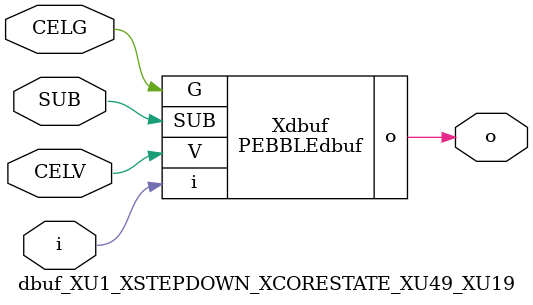
<source format=v>



module PEBBLEdbuf ( o, G, SUB, V, i );

  input V;
  input i;
  input G;
  output o;
  input SUB;
endmodule

//Celera Confidential Do Not Copy dbuf_XU1_XSTEPDOWN_XCORESTATE_XU49_XU19
//Celera Confidential Symbol Generator
//Digital Buffer
module dbuf_XU1_XSTEPDOWN_XCORESTATE_XU49_XU19 (CELV,CELG,i,o,SUB);
input CELV;
input CELG;
input i;
input SUB;
output o;

//Celera Confidential Do Not Copy dbuf
PEBBLEdbuf Xdbuf(
.V (CELV),
.i (i),
.o (o),
.SUB (SUB),
.G (CELG)
);
//,diesize,PEBBLEdbuf

//Celera Confidential Do Not Copy Module End
//Celera Schematic Generator
endmodule

</source>
